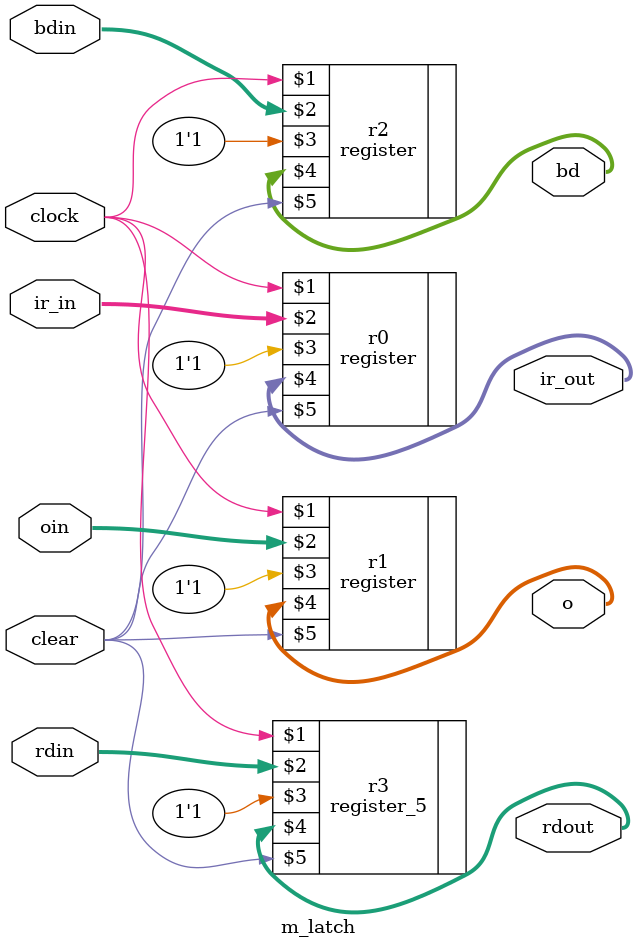
<source format=v>
module m_latch(o, bd, ir_out, rdout, oin, bdin, ir_in, rdin, clock, clear);
    input clock, clear;
    input [4:0] rdin;
    // input [31:0] rdin;
    input [31:0] ir_in, oin, bdin;
    output [4:0] rdout;
    // output [31:0] rdout;
    output [31:0] ir_out, o, bd;

    // OH I SEE THE ERROR NOW

    register r0(clock, ir_in, 1'b1, ir_out, clear);
    register r1(clock, oin, 1'b1, o, clear);
    register r2(clock, bdin, 1'b1, bd, clear);
    register_5 r3(clock, rdin, 1'b1, rdout, clear);
    // register r3(clock, rdin, 1'b1, rdout, clear);

endmodule
</source>
